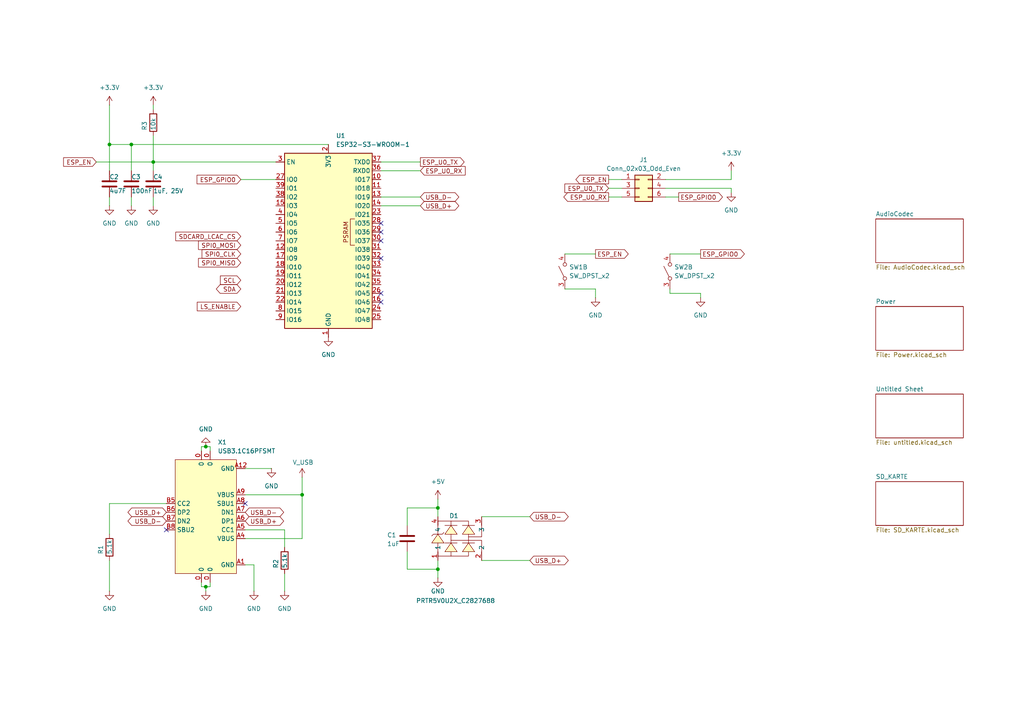
<source format=kicad_sch>
(kicad_sch (version 20231120) (generator "eeschema") (generator_version "8.0")
  (paper "A4")
  (lib_symbols
    (symbol "Connector_Generic:Conn_02x03_Odd_Even" (pin_names (offset 1.016) hide)
      (property "Reference" "J" (at 1.27 5.08 0))
      (property "Value" "Conn_02x03_Odd_Even" (at 1.27 -5.08 0))
      (symbol "Conn_02x03_Odd_Even_1_1"
        (rectangle (start -1.27 -2.413) (end 0 -2.667) (stroke (width 0.1524)))
        (rectangle (start -1.27 0.127) (end 0 -0.127) (stroke (width 0.1524)))
        (rectangle (start -1.27 2.667) (end 0 2.413) (stroke (width 0.1524)))
        (rectangle (start -1.27 3.81) (end 3.81 -3.81) (stroke (width 0.254)) (fill (type background)))
        (rectangle (start 3.81 -2.413) (end 2.54 -2.667) (stroke (width 0.1524)))
        (rectangle (start 3.81 0.127) (end 2.54 -0.127) (stroke (width 0.1524)))
        (rectangle (start 3.81 2.667) (end 2.54 2.413) (stroke (width 0.1524)))
        (pin passive line (at -5.08 2.54 0) (length 3.81) (name "Pin_1") (number "1"))
        (pin passive line (at 7.62 2.54 180) (length 3.81) (name "Pin_2") (number "2"))
        (pin passive line (at -5.08 0 0) (length 3.81) (name "Pin_3") (number "3"))
        (pin passive line (at 7.62 0 180) (length 3.81) (name "Pin_4") (number "4"))
        (pin passive line (at -5.08 -2.54 0) (length 3.81) (name "Pin_5") (number "5"))
        (pin passive line (at 7.62 -2.54 180) (length 3.81) (name "Pin_6") (number "6"))
      )
    )
    (symbol "Device:C" (pin_numbers hide) (pin_names (offset 0.254))
      (property "Reference" "C" (at 0.635 2.54 0))
      (property "Value" "C" (at 0.635 -2.54 0))
      (symbol "C_0_1"
        (polyline (pts (xy -2.032 -0.762) (xy 2.032 -0.762)) (stroke (width 0.508)))
        (polyline (pts (xy -2.032 0.762) (xy 2.032 0.762)) (stroke (width 0.508)))
      )
      (symbol "C_1_1"
        (pin passive line (at 0 3.81 270) (length 2.794) (name "~") (number "1"))
        (pin passive line (at 0 -3.81 90) (length 2.794) (name "~") (number "2"))
      )
    )
    (symbol "Device:R" (pin_numbers hide) (pin_names (offset 0))
      (property "Reference" "R" (at 2.032 0 90))
      (property "Value" "R" (at 0 0 90))
      (symbol "R_0_1"
        (rectangle (start -1.016 -2.54) (end 1.016 2.54) (stroke (width 0.254)))
      )
      (symbol "R_1_1"
        (pin passive line (at 0 3.81 270) (length 1.27) (name "~") (number "1"))
        (pin passive line (at 0 -3.81 90) (length 1.27) (name "~") (number "2"))
      )
    )
    (symbol "Matrix2_Schnuppiprojekt:PRTR5V0U2X_C2827688"
      (property "Reference" "D?" (at 0 12.7 0))
      (property "Value" "PRTR5V0U2X_C2827688" (at 0 -10.16 0))
      (symbol "PRTR5V0U2X_C2827688_0_1"
        (polyline (pts (xy -1.27 0) (xy -1.27 2.54)))
        (polyline (pts (xy 0.508 0) (xy -3.048 0)))
        (polyline (pts (xy 0.508 5.08) (xy -3.048 5.08)))
        (polyline (pts (xy 3.81 0) (xy 3.81 2.54)))
        (polyline (pts (xy 5.588 0) (xy 2.032 0)))
        (polyline (pts (xy 5.588 5.08) (xy 2.032 5.08)))
        (polyline (pts (xy -1.27 -3.81) (xy 3.81 -3.81) (xy 3.81 -2.54)))
        (polyline (pts (xy -1.27 0.762) (xy 7.62 0.762) (xy 7.62 -3.81)))
        (polyline (pts (xy -1.27 6.35) (xy -5.08 6.35) (xy -5.08 2.54)))
        (polyline (pts (xy 3.81 1.778) (xy 7.62 1.778) (xy 7.62 6.35)))
        (polyline (pts (xy -5.08 0) (xy -5.08 -3.81) (xy -1.27 -3.81) (xy -1.27 -2.54)))
        (polyline (pts (xy -3.302 0) (xy -5.08 2.54) (xy -6.858 0) (xy -3.302 0)) (fill (type background)))
        (polyline (pts (xy -3.302 3.048) (xy -3.81 2.54) (xy -6.35 2.54) (xy -6.858 2.032)))
        (polyline (pts (xy 0.508 -2.54) (xy -1.27 0) (xy -3.048 -2.54) (xy 0.508 -2.54)) (fill (type background)))
        (polyline (pts (xy 0.508 2.54) (xy -1.27 5.08) (xy -3.048 2.54) (xy 0.508 2.54)) (fill (type background)))
        (polyline (pts (xy 3.81 5.08) (xy 3.81 6.35) (xy -1.27 6.35) (xy -1.27 5.08)))
        (polyline (pts (xy 5.588 -2.54) (xy 3.81 0) (xy 2.032 -2.54) (xy 5.588 -2.54)) (fill (type background)))
        (polyline (pts (xy 5.588 2.54) (xy 3.81 5.08) (xy 2.032 2.54) (xy 5.588 2.54)) (fill (type background)))
        (pin unspecified line (at -5.08 -5.08 90) (length 2.54) (name "1") (number "1"))
        (pin unspecified line (at 7.62 -5.08 90) (length 2.54) (name "2") (number "2"))
        (pin unspecified line (at 7.62 7.62 270) (length 2.54) (name "3") (number "3"))
        (pin unspecified line (at -5.08 7.62 270) (length 2.54) (name "4") (number "4"))
      )
    )
    (symbol "Matrix2_Schnuppiprojekt:USB3.1C16PFSMT"
      (property "Reference" "X?" (at 0 24.13 0))
      (property "Value" "USB3.1C16PFSMT" (at 0 -24.13 0))
      (symbol "USB3.1C16PFSMT_0_1"
        (rectangle (start -8.89 16.51) (end 8.89 -16.51) (fill (type background)))
        (pin unspecified line (at -1.27 -19.05 90) (length 2.54) (name "0") (number "0"))
        (pin unspecified line (at -1.27 19.05 270) (length 2.54) (name "0") (number "0"))
        (pin unspecified line (at 1.27 -19.05 90) (length 2.54) (name "0") (number "0"))
        (pin unspecified line (at 1.27 19.05 270) (length 2.54) (name "0") (number "0"))
        (pin unspecified line (at 11.43 -13.97 180) (length 2.54) (name "GND") (number "A1"))
        (pin unspecified line (at 11.43 13.97 180) (length 2.54) (name "GND") (number "A12"))
        (pin unspecified line (at 11.43 -6.35 180) (length 2.54) (name "VBUS") (number "A4"))
        (pin unspecified line (at 11.43 -3.81 180) (length 2.54) (name "CC1") (number "A5"))
        (pin unspecified line (at 11.43 -1.27 180) (length 2.54) (name "DP1") (number "A6"))
        (pin unspecified line (at 11.43 1.27 180) (length 2.54) (name "DN1") (number "A7"))
        (pin unspecified line (at 11.43 3.81 180) (length 2.54) (name "SBU1") (number "A8"))
        (pin unspecified line (at 11.43 6.35 180) (length 2.54) (name "VBUS") (number "A9"))
        (pin unspecified line (at -11.43 3.81 0) (length 2.54) (name "CC2") (number "B5"))
        (pin unspecified line (at -11.43 1.27 0) (length 2.54) (name "DP2") (number "B6"))
        (pin unspecified line (at -11.43 -1.27 0) (length 2.54) (name "DN2") (number "B7"))
        (pin unspecified line (at -11.43 -3.81 0) (length 2.54) (name "SBU2") (number "B8"))
      )
    )
    (symbol "RF_Module:ESP32-S3-WROOM-1"
      (property "Reference" "U" (at -12.7 26.67 0))
      (property "Value" "ESP32-S3-WROOM-1" (at 12.7 26.67 0))
      (symbol "ESP32-S3-WROOM-1_0_0"
        (rectangle (start -12.7 25.4) (end 12.7 -25.4) (stroke (width 0.254)) (fill (type background)))
        (text "PSRAM" (at 5.08 2.54 900) (effects (font (size 1.27 1.27))))
      )
      (symbol "ESP32-S3-WROOM-1_0_1"
        (polyline (pts (xy 7.62 -1.27) (xy 6.35 -1.27) (xy 6.35 6.35) (xy 7.62 6.35)))
      )
      (symbol "ESP32-S3-WROOM-1_1_1"
        (pin power_in line (at 0 -27.94 90) (length 2.54) (name "GND") (number "1"))
        (pin bidirectional line (at 15.24 17.78 180) (length 2.54) (name "IO17") (number "10"))
        (pin bidirectional line (at 15.24 15.24 180) (length 2.54) (name "IO18") (number "11"))
        (pin bidirectional line (at -15.24 -2.54 0) (length 2.54) (name "IO8") (number "12"))
        (pin bidirectional line (at 15.24 12.7 180) (length 2.54) (name "IO19") (number "13"))
        (pin bidirectional line (at 15.24 10.16 180) (length 2.54) (name "IO20") (number "14"))
        (pin bidirectional line (at -15.24 10.16 0) (length 2.54) (name "IO3") (number "15"))
        (pin bidirectional line (at 15.24 -17.78 180) (length 2.54) (name "IO46") (number "16"))
        (pin bidirectional line (at -15.24 -5.08 0) (length 2.54) (name "IO9") (number "17"))
        (pin bidirectional line (at -15.24 -7.62 0) (length 2.54) (name "IO10") (number "18"))
        (pin bidirectional line (at -15.24 -10.16 0) (length 2.54) (name "IO11") (number "19"))
        (pin power_in line (at 0 27.94 270) (length 2.54) (name "3V3") (number "2"))
        (pin bidirectional line (at -15.24 -12.7 0) (length 2.54) (name "IO12") (number "20"))
        (pin bidirectional line (at -15.24 -15.24 0) (length 2.54) (name "IO13") (number "21"))
        (pin bidirectional line (at -15.24 -17.78 0) (length 2.54) (name "IO14") (number "22"))
        (pin bidirectional line (at 15.24 7.62 180) (length 2.54) (name "IO21") (number "23"))
        (pin bidirectional line (at 15.24 -20.32 180) (length 2.54) (name "IO47") (number "24"))
        (pin bidirectional line (at 15.24 -22.86 180) (length 2.54) (name "IO48") (number "25"))
        (pin bidirectional line (at 15.24 -15.24 180) (length 2.54) (name "IO45") (number "26"))
        (pin bidirectional line (at -15.24 17.78 0) (length 2.54) (name "IO0") (number "27"))
        (pin bidirectional line (at 15.24 5.08 180) (length 2.54) (name "IO35") (number "28"))
        (pin bidirectional line (at 15.24 2.54 180) (length 2.54) (name "IO36") (number "29"))
        (pin input line (at -15.24 22.86 0) (length 2.54) (name "EN") (number "3"))
        (pin bidirectional line (at 15.24 0 180) (length 2.54) (name "IO37") (number "30"))
        (pin bidirectional line (at 15.24 -2.54 180) (length 2.54) (name "IO38") (number "31"))
        (pin bidirectional line (at 15.24 -5.08 180) (length 2.54) (name "IO39") (number "32"))
        (pin bidirectional line (at 15.24 -7.62 180) (length 2.54) (name "IO40") (number "33"))
        (pin bidirectional line (at 15.24 -10.16 180) (length 2.54) (name "IO41") (number "34"))
        (pin bidirectional line (at 15.24 -12.7 180) (length 2.54) (name "IO42") (number "35"))
        (pin bidirectional line (at 15.24 20.32 180) (length 2.54) (name "RXD0") (number "36"))
        (pin bidirectional line (at 15.24 22.86 180) (length 2.54) (name "TXD0") (number "37"))
        (pin bidirectional line (at -15.24 12.7 0) (length 2.54) (name "IO2") (number "38"))
        (pin bidirectional line (at -15.24 15.24 0) (length 2.54) (name "IO1") (number "39"))
        (pin bidirectional line (at -15.24 7.62 0) (length 2.54) (name "IO4") (number "4"))
        (pin passive line (at 0 -27.94 90) (length 2.54) hide (name "GND") (number "40"))
        (pin passive line (at 0 -27.94 90) (length 2.54) hide (name "GND") (number "41"))
        (pin bidirectional line (at -15.24 5.08 0) (length 2.54) (name "IO5") (number "5"))
        (pin bidirectional line (at -15.24 2.54 0) (length 2.54) (name "IO6") (number "6"))
        (pin bidirectional line (at -15.24 0 0) (length 2.54) (name "IO7") (number "7"))
        (pin bidirectional line (at -15.24 -20.32 0) (length 2.54) (name "IO15") (number "8"))
        (pin bidirectional line (at -15.24 -22.86 0) (length 2.54) (name "IO16") (number "9"))
      )
    )
    (symbol "Switch:SW_DPST_x2" (pin_names (offset 0) hide)
      (property "Reference" "SW" (at 0 3.175 0))
      (property "Value" "SW_DPST_x2" (at 0 -2.54 0))
      (symbol "SW_DPST_x2_0_0"
        (circle (center -2.032 0) (radius 0.508))
        (polyline (pts (xy -1.524 0.254) (xy 1.524 1.778)))
        (circle (center 2.032 0) (radius 0.508))
      )
      (symbol "SW_DPST_x2_1_1"
        (pin passive line (at -5.08 0 0) (length 2.54) (name "A") (number "1"))
        (pin passive line (at 5.08 0 180) (length 2.54) (name "B") (number "2"))
      )
      (symbol "SW_DPST_x2_2_1"
        (pin passive line (at -5.08 0 0) (length 2.54) (name "A") (number "3"))
        (pin passive line (at 5.08 0 180) (length 2.54) (name "B") (number "4"))
      )
    )
    (symbol "power:+3.3V" (power) (pin_numbers hide) (pin_names (offset 0) hide)
      (property "Value" "+3.3V" (at 0 3.556 0))
      (symbol "+3.3V_0_1"
        (polyline (pts (xy -0.762 1.27) (xy 0 2.54)))
        (polyline (pts (xy 0 0) (xy 0 2.54)))
        (polyline (pts (xy 0 2.54) (xy 0.762 1.27)))
      )
      (symbol "+3.3V_1_1"
        (pin power_in line (at 0 0 90) (length 0) (name "~") (number "1"))
      )
    )
    (symbol "power:+5V" (power) (pin_numbers hide) (pin_names (offset 0) hide)
      (property "Value" "+5V" (at 0 3.556 0))
      (symbol "+5V_0_1"
        (polyline (pts (xy -0.762 1.27) (xy 0 2.54)))
        (polyline (pts (xy 0 0) (xy 0 2.54)))
        (polyline (pts (xy 0 2.54) (xy 0.762 1.27)))
      )
      (symbol "+5V_1_1"
        (pin power_in line (at 0 0 90) (length 0) (name "~") (number "1"))
      )
    )
    (symbol "power:GND" (power) (pin_numbers hide) (pin_names (offset 0) hide)
      (property "Value" "GND" (at 0 -3.81 0))
      (symbol "GND_0_1"
        (polyline (pts (xy 0 0) (xy 0 -1.27) (xy 1.27 -1.27) (xy 0 -2.54) (xy -1.27 -1.27) (xy 0 -1.27)))
      )
      (symbol "GND_1_1"
        (pin power_in line (at 0 0 270) (length 0) (name "~") (number "1"))
      )
    )
    (symbol "power:VAA" (power) (pin_numbers hide) (pin_names (offset 0) hide)
      (property "Value" "VAA" (at 0 3.556 0))
      (symbol "VAA_0_1"
        (polyline (pts (xy -0.762 1.27) (xy 0 2.54)))
        (polyline (pts (xy 0 0) (xy 0 2.54)))
        (polyline (pts (xy 0 2.54) (xy 0.762 1.27)))
      )
      (symbol "VAA_1_1"
        (pin power_in line (at 0 0 90) (length 0) (name "~") (number "1"))
      )
    )
  )
  (junction (at 59.69 129.54))
  (junction (at 59.69 170.18))
  (junction (at 31.75 41.91))
  (junction (at 44.45 46.99))
  (junction (at 127 165.1))
  (junction (at 87.63 143.51))
  (junction (at 38.1 41.91))
  (junction (at 127 147.32))
  (no_connect (at 110.49 69.85))
  (no_connect (at 110.49 87.63))
  (no_connect (at 71.12 146.05))
  (no_connect (at 48.26 153.67))
  (no_connect (at 110.49 67.31))
  (no_connect (at 110.49 64.77))
  (no_connect (at 110.49 74.93))
  (no_connect (at 110.49 85.09))
  (wire (pts (xy 44.45 39.37) (xy 44.45 46.99)))
  (wire (pts (xy 118.11 147.32) (xy 127 147.32)))
  (wire (pts (xy 31.75 30.48) (xy 31.75 41.91)))
  (wire (pts (xy 118.11 165.1) (xy 127 165.1)))
  (wire (pts (xy 121.92 57.15) (xy 110.49 57.15)))
  (wire (pts (xy 58.42 129.54) (xy 59.69 129.54)))
  (wire (pts (xy 73.66 163.83) (xy 73.66 171.45)))
  (wire (pts (xy 110.49 49.53) (xy 121.92 49.53)))
  (wire (pts (xy 71.12 135.89) (xy 78.74 135.89)))
  (wire (pts (xy 82.55 166.37) (xy 82.55 171.45)))
  (wire (pts (xy 118.11 152.4) (xy 118.11 147.32)))
  (wire (pts (xy 203.2 85.09) (xy 203.2 86.36)))
  (wire (pts (xy 44.45 46.99) (xy 80.01 46.99)))
  (wire (pts (xy 71.12 163.83) (xy 73.66 163.83)))
  (wire (pts (xy 139.7 149.86) (xy 153.67 149.86)))
  (wire (pts (xy 58.42 168.91) (xy 58.42 170.18)))
  (wire (pts (xy 44.45 46.99) (xy 44.45 49.53)))
  (wire (pts (xy 60.96 129.54) (xy 59.69 129.54)))
  (wire (pts (xy 38.1 41.91) (xy 31.75 41.91)))
  (wire (pts (xy 60.96 168.91) (xy 60.96 170.18)))
  (wire (pts (xy 139.7 162.56) (xy 153.67 162.56)))
  (wire (pts (xy 193.04 54.61) (xy 212.09 54.61)))
  (wire (pts (xy 38.1 57.15) (xy 38.1 59.69)))
  (wire (pts (xy 38.1 41.91) (xy 95.25 41.91)))
  (wire (pts (xy 60.96 170.18) (xy 59.69 170.18)))
  (wire (pts (xy 127 144.78) (xy 127 147.32)))
  (wire (pts (xy 127 167.64) (xy 127 165.1)))
  (wire (pts (xy 118.11 160.02) (xy 118.11 165.1)))
  (wire (pts (xy 60.96 130.81) (xy 60.96 129.54)))
  (wire (pts (xy 87.63 138.43) (xy 87.63 143.51)))
  (wire (pts (xy 44.45 57.15) (xy 44.45 59.69)))
  (wire (pts (xy 58.42 130.81) (xy 58.42 129.54)))
  (wire (pts (xy 193.04 57.15) (xy 196.85 57.15)))
  (wire (pts (xy 176.53 52.07) (xy 180.34 52.07)))
  (wire (pts (xy 127 165.1) (xy 127 162.56)))
  (wire (pts (xy 110.49 59.69) (xy 121.92 59.69)))
  (wire (pts (xy 31.75 57.15) (xy 31.75 59.69)))
  (wire (pts (xy 110.49 46.99) (xy 121.92 46.99)))
  (wire (pts (xy 212.09 54.61) (xy 212.09 55.88)))
  (wire (pts (xy 27.94 46.99) (xy 44.45 46.99)))
  (wire (pts (xy 48.26 146.05) (xy 31.75 146.05)))
  (wire (pts (xy 71.12 156.21) (xy 87.63 156.21)))
  (wire (pts (xy 71.12 143.51) (xy 87.63 143.51)))
  (wire (pts (xy 59.69 170.18) (xy 59.69 171.45)))
  (wire (pts (xy 71.12 153.67) (xy 82.55 153.67)))
  (wire (pts (xy 194.31 85.09) (xy 203.2 85.09)))
  (wire (pts (xy 163.83 83.82) (xy 172.72 83.82)))
  (wire (pts (xy 44.45 30.48) (xy 44.45 31.75)))
  (wire (pts (xy 82.55 153.67) (xy 82.55 158.75)))
  (wire (pts (xy 163.83 73.66) (xy 172.72 73.66)))
  (wire (pts (xy 172.72 83.82) (xy 172.72 86.36)))
  (wire (pts (xy 38.1 41.91) (xy 38.1 49.53)))
  (wire (pts (xy 31.75 162.56) (xy 31.75 171.45)))
  (wire (pts (xy 212.09 49.53) (xy 212.09 52.07)))
  (wire (pts (xy 194.31 83.82) (xy 194.31 85.09)))
  (wire (pts (xy 176.53 54.61) (xy 180.34 54.61)))
  (wire (pts (xy 69.85 52.07) (xy 80.01 52.07)))
  (wire (pts (xy 194.31 73.66) (xy 203.2 73.66)))
  (wire (pts (xy 87.63 143.51) (xy 87.63 156.21)))
  (wire (pts (xy 176.53 57.15) (xy 180.34 57.15)))
  (wire (pts (xy 31.75 146.05) (xy 31.75 154.94)))
  (wire (pts (xy 31.75 41.91) (xy 31.75 49.53)))
  (wire (pts (xy 193.04 52.07) (xy 212.09 52.07)))
  (wire (pts (xy 127 147.32) (xy 127 149.86)))
  (wire (pts (xy 59.69 170.18) (xy 58.42 170.18)))
  (global_label "USB_D-" (shape bidirectional) (at 153.67 149.86 0) (property "Intersheetrefs" "${INTERSHEET_REFS}" (effects (hide yes))))
  (global_label "ESP_U0_RX" (shape input) (at 121.92 49.53 0) (property "Intersheetrefs" "${INTERSHEET_REFS}" (effects (hide yes))))
  (global_label "USB_D+" (shape bidirectional) (at 121.92 59.69 0) (property "Intersheetrefs" "${INTERSHEET_REFS}" (effects (hide yes))))
  (global_label "SCL" (shape input) (at 69.85 81.28 180) (property "Intersheetrefs" "${INTERSHEET_REFS}" (effects (hide yes))))
  (global_label "ESP_GPIO0" (shape output) (at 203.2 73.66 0) (property "Intersheetrefs" "${INTERSHEET_REFS}" (effects (hide yes))))
  (global_label "USB_D+" (shape bidirectional) (at 48.26 148.59 180) (property "Intersheetrefs" "${INTERSHEET_REFS}" (effects (hide yes))))
  (global_label "SPI0_MOSI" (shape input) (at 69.85 71.12 180) (property "Intersheetrefs" "${INTERSHEET_REFS}" (effects (hide yes))))
  (global_label "ESP_U0_TX" (shape output) (at 121.92 46.99 0) (property "Intersheetrefs" "${INTERSHEET_REFS}" (effects (hide yes))))
  (global_label "SPI0_CLK" (shape input) (at 69.85 73.66 180) (property "Intersheetrefs" "${INTERSHEET_REFS}" (effects (hide yes))))
  (global_label "ESP_EN" (shape output) (at 172.72 73.66 0) (property "Intersheetrefs" "${INTERSHEET_REFS}" (effects (hide yes))))
  (global_label "USB_D+" (shape bidirectional) (at 153.67 162.56 0) (property "Intersheetrefs" "${INTERSHEET_REFS}" (effects (hide yes))))
  (global_label "USB_D-" (shape bidirectional) (at 71.12 148.59 0) (property "Intersheetrefs" "${INTERSHEET_REFS}" (effects (hide yes))))
  (global_label "SDCARD_LCAC_CS" (shape input) (at 69.85 68.58 180) (property "Intersheetrefs" "${INTERSHEET_REFS}" (effects (hide yes))))
  (global_label "SDA" (shape bidirectional) (at 69.85 83.82 180) (property "Intersheetrefs" "${INTERSHEET_REFS}" (effects (hide yes))))
  (global_label "ESP_U0_TX" (shape input) (at 176.53 54.61 180) (property "Intersheetrefs" "${INTERSHEET_REFS}" (effects (hide yes))))
  (global_label "ESP_GPIO0" (shape output) (at 196.85 57.15 0) (property "Intersheetrefs" "${INTERSHEET_REFS}" (effects (hide yes))))
  (global_label "ESP_EN" (shape output) (at 176.53 52.07 180) (property "Intersheetrefs" "${INTERSHEET_REFS}" (effects (hide yes))))
  (global_label "ESP_EN" (shape input) (at 27.94 46.99 180) (property "Intersheetrefs" "${INTERSHEET_REFS}" (effects (hide yes))))
  (global_label "ESP_U0_RX" (shape output) (at 176.53 57.15 180) (property "Intersheetrefs" "${INTERSHEET_REFS}" (effects (hide yes))))
  (global_label "SPI0_MISO" (shape input) (at 69.85 76.2 180) (property "Intersheetrefs" "${INTERSHEET_REFS}" (effects (hide yes))))
  (global_label "USB_D-" (shape bidirectional) (at 48.26 151.13 180) (property "Intersheetrefs" "${INTERSHEET_REFS}" (effects (hide yes))))
  (global_label "ESP_GPIO0" (shape input) (at 69.85 52.07 180) (property "Intersheetrefs" "${INTERSHEET_REFS}" (effects (hide yes))))
  (global_label "LS_ENABLE" (shape input) (at 69.85 88.9 180) (property "Intersheetrefs" "${INTERSHEET_REFS}" (effects (hide yes))))
  (global_label "USB_D-" (shape bidirectional) (at 121.92 57.15 0) (property "Intersheetrefs" "${INTERSHEET_REFS}" (effects (hide yes))))
  (global_label "USB_D+" (shape bidirectional) (at 71.12 151.13 0) (property "Intersheetrefs" "${INTERSHEET_REFS}" (effects (hide yes))))
  (symbol (lib_id "power:GND") (at 172.72 86.36 0) (unit 1)
    (property "Reference" "#PWR016" (effects (hide yes)))
    (property "Value" "GND" (at 172.72 91.44 0))
    (property "Description" "Power symbol creates a global label with name \"GND\" , ground" (effects (hide yes)))
  )
  (symbol (lib_id "power:GND") (at 127 167.64 0) (unit 1)
    (property "Reference" "#PWR02" (effects (hide yes)))
    (property "Value" "GND" (at 127 171.45 0))
    (property "Description" "Power symbol creates a global label with name \"GND\" , ground" (effects (hide yes)))
  )
  (symbol (lib_id "power:GND") (at 212.09 55.88 0) (unit 1)
    (property "Reference" "#PWR015" (effects (hide yes)))
    (property "Value" "GND" (at 212.09 60.96 0))
    (property "Description" "Power symbol creates a global label with name \"GND\" , ground" (effects (hide yes)))
  )
  (symbol (lib_id "power:GND") (at 95.25 97.79 0) (unit 1)
    (property "Reference" "#PWR013" (effects (hide yes)))
    (property "Value" "GND" (at 95.25 102.87 0))
    (property "Description" "Power symbol creates a global label with name \"GND\" , ground" (effects (hide yes)))
  )
  (symbol (lib_id "Device:R") (at 31.75 158.75 0) (unit 1)
    (property "Reference" "R1" (at 29.21 160.782 90) (effects (justify left)))
    (property "Value" "5.1k" (at 31.75 160.782 90) (effects (justify left)))
    (property "Footprint" "Resistor_SMD:R_0805_2012Metric_Pad1.20x1.40mm_HandSolder" (effects (hide yes)))
    (property "Description" "Resistor" (effects (hide yes)))
    (property "LCSC Part" "C26023" (effects (hide yes)))
  )
  (symbol (lib_id "power:GND") (at 38.1 59.69 0) (unit 1)
    (property "Reference" "#PWR011" (effects (hide yes)))
    (property "Value" "GND" (at 38.1 64.77 0))
    (property "Description" "Power symbol creates a global label with name \"GND\" , ground" (effects (hide yes)))
  )
  (symbol (lib_id "power:+5V") (at 127 144.78 0) (unit 1)
    (property "Reference" "#PWR01" (effects (hide yes)))
    (property "Value" "+5V" (at 127 139.7 0))
    (property "Description" "Power symbol creates a global label with name \"+5V\"" (effects (hide yes)))
  )
  (symbol (lib_id "power:+3.3V") (at 212.09 49.53 0) (unit 1)
    (property "Reference" "#PWR014" (effects (hide yes)))
    (property "Value" "+3.3V" (at 212.09 44.45 0))
    (property "Description" "Power symbol creates a global label with name \"+3.3V\"" (effects (hide yes)))
  )
  (symbol (lib_id "Matrix2_Schnuppiprojekt:PRTR5V0U2X_C2827688") (at 132.08 157.48 0) (unit 1)
    (property "Reference" "D1" (at 130.302 149.606 0) (effects (justify left)))
    (property "Value" "PRTR5V0U2X_C2827688" (at 120.65 174.244 0) (effects (justify left)))
    (property "Footprint" "Package_TO_SOT_SMD:SOT-143_Handsoldering" (effects (hide yes)))
    (property "Manufacturer" "TECH PUBLIC(台舟)" (effects (hide yes)))
    (property "LCSC Part" "C2827688" (effects (hide yes)))
    (property "JLC Part" "Extended Part" (effects (hide yes)))
  )
  (symbol (lib_id "power:GND") (at 203.2 86.36 0) (unit 1)
    (property "Reference" "#PWR017" (effects (hide yes)))
    (property "Value" "GND" (at 203.2 91.44 0))
    (property "Description" "Power symbol creates a global label with name \"GND\" , ground" (effects (hide yes)))
  )
  (symbol (lib_id "power:GND") (at 31.75 59.69 0) (unit 1)
    (property "Reference" "#PWR010" (effects (hide yes)))
    (property "Value" "GND" (at 31.75 64.77 0))
    (property "Description" "Power symbol creates a global label with name \"GND\" , ground" (effects (hide yes)))
  )
  (symbol (lib_id "power:VAA") (at 87.63 138.43 0) (unit 1)
    (property "Reference" "#PWR09" (effects (hide yes)))
    (property "Value" "V_USB" (at 87.884 134.112 0))
    (property "Description" "Power symbol creates a global label with name \"VAA\"" (effects (hide yes)))
  )
  (symbol (lib_id "Connector_Generic:Conn_02x03_Odd_Even") (at 185.42 54.61 0) (unit 1)
    (property "Reference" "J1" (at 186.69 46.355 0))
    (property "Value" "Conn_02x03_Odd_Even" (at 186.69 48.895 0))
    (property "Footprint" "Connector_PinHeader_2.54mm:PinHeader_2x03_P2.54mm_Vertical" (effects (hide yes)))
  )
  (symbol (lib_id "power:GND") (at 59.69 129.54 180) (unit 1)
    (property "Reference" "#PWR04" (effects (hide yes)))
    (property "Value" "GND" (at 59.69 124.46 0))
    (property "Description" "Power symbol creates a global label with name \"GND\" , ground" (effects (hide yes)))
  )
  (symbol (lib_id "power:GND") (at 78.74 135.89 0) (unit 1)
    (property "Reference" "#PWR07" (effects (hide yes)))
    (property "Value" "GND" (at 78.74 140.97 0))
    (property "Description" "Power symbol creates a global label with name \"GND\" , ground" (effects (hide yes)))
  )
  (symbol (lib_id "Switch:SW_DPST_x2") (at 163.83 78.74 90) (unit 2)
    (property "Reference" "SW1" (at 165.1 77.4699 90) (effects (justify right)))
    (property "Value" "SW_DPST_x2" (at 165.1 80.0099 90) (effects (justify right)))
    (property "Footprint" "Matrix2_Schnuppiprojekt:Taster" (effects (hide yes)))
    (property "Datasheet" "file:///C:/data/Projects/SchnuppiProjekt_EnterName/SchnuppiEnterName/Datenblaetter/Taster/ts04-2586192.pdf" (effects (hide yes)))
    (property "Description" "Single Pole Single Throw (SPST) switch, separate symbol" (effects (hide yes)))
    (property "LCSC Part" "C127509" (effects (hide yes)))
  )
  (symbol (lib_id "Device:R") (at 44.45 35.56 0) (unit 1)
    (property "Reference" "R3" (at 41.91 37.846 90) (effects (justify left)))
    (property "Value" "10k" (at 44.45 37.846 90) (effects (justify left)))
    (property "Footprint" "Resistor_SMD:R_0805_2012Metric_Pad1.20x1.40mm_HandSolder" (effects (hide yes)))
    (property "Description" "Resistor" (effects (hide yes)))
    (property "LCSC Part" "C5140188" (effects (hide yes)))
  )
  (symbol (lib_id "RF_Module:ESP32-S3-WROOM-1") (at 95.25 69.85 0) (unit 1)
    (property "Reference" "U1" (at 97.4441 39.37 0) (effects (justify left)))
    (property "Value" "ESP32-S3-WROOM-1" (at 97.4441 41.91 0) (effects (justify left)))
    (property "Footprint" "Matrix2_Schnuppiprojekt:ESP32-S3-WROOM-1" (effects (hide yes)))
    (property "Datasheet" "https://www.espressif.com/sites/default/files/documentation/esp32-s3-wroom-1_wroom-1u_datasheet_en.pdf" (effects (hide yes)))
    (property "Description" "RF Module, ESP32-S3 SoC, Wi-Fi 802.11b/g/n, Bluetooth, BLE, 32-bit, 3.3V, onboard antenna, SMD" (effects (hide yes)))
    (property "digikey" "ESP32-S3-WROOM-1-N4" (effects (hide yes)))
    (property "LCSC Part" "C2913204" (effects (hide yes)))
  )
  (symbol (lib_id "power:GND") (at 31.75 171.45 0) (unit 1)
    (property "Reference" "#PWR03" (effects (hide yes)))
    (property "Value" "GND" (at 31.75 176.53 0))
    (property "Description" "Power symbol creates a global label with name \"GND\" , ground" (effects (hide yes)))
  )
  (symbol (lib_id "Switch:SW_DPST_x2") (at 194.31 78.74 90) (unit 2)
    (property "Reference" "SW2" (at 195.58 77.4699 90) (effects (justify right)))
    (property "Value" "SW_DPST_x2" (at 195.58 80.0099 90) (effects (justify right)))
    (property "Footprint" "Matrix2_Schnuppiprojekt:Taster" (effects (hide yes)))
    (property "Datasheet" "file:///C:/data/Projects/SchnuppiProjekt_EnterName/SchnuppiEnterName/Datenblaetter/Taster/ts04-2586192.pdf" (effects (hide yes)))
    (property "Description" "Single Pole Single Throw (SPST) switch, separate symbol" (effects (hide yes)))
    (property "LCSC Part" "C127509" (effects (hide yes)))
  )
  (symbol (lib_id "power:+3.3V") (at 31.75 30.48 0) (unit 1)
    (property "Reference" "#PWR012" (effects (hide yes)))
    (property "Value" "+3.3V" (at 31.75 25.4 0))
    (property "Description" "Power symbol creates a global label with name \"+3.3V\"" (effects (hide yes)))
  )
  (symbol (lib_id "Matrix2_Schnuppiprojekt:USB3.1C16PFSMT") (at 59.69 149.86 0) (unit 1)
    (property "Reference" "X1" (at 63.1541 128.27 0) (effects (justify left)))
    (property "Value" "USB3.1C16PFSMT" (at 63.1541 130.81 0) (effects (justify left)))
    (property "Footprint" "Matrix2_Schnuppiprojekt:USB-C-SMD_TYPE-C-USB-17" (effects (hide yes)))
    (property "Datasheet" "https://lcsc.com/product-detail/USB-Type-C_USB-3-1-C-16PF-SMT-2-0Type_C167321.html" (effects (hide yes)))
    (property "Manufacturer" "精拓金" (effects (hide yes)))
    (property "LCSC Part" "C167321" (effects (hide yes)))
    (property "JLC Part" "Extended Part" (effects (hide yes)))
  )
  (symbol (lib_id "power:GND") (at 73.66 171.45 0) (unit 1)
    (property "Reference" "#PWR06" (effects (hide yes)))
    (property "Value" "GND" (at 73.66 176.53 0))
    (property "Description" "Power symbol creates a global label with name \"GND\" , ground" (effects (hide yes)))
  )
  (symbol (lib_id "Device:C") (at 38.1 53.34 0) (unit 1)
    (property "Reference" "C3" (at 38.1 51.308 0) (effects (justify left)))
    (property "Value" "100nF" (at 38.1 55.372 0) (effects (justify left)))
    (property "Footprint" "Capacitor_SMD:C_0805_2012Metric_Pad1.18x1.45mm_HandSolder" (effects (hide yes)))
    (property "Description" "Unpolarized capacitor" (effects (hide yes)))
    (property "LCSC Part" "C38141" (effects (hide yes)))
  )
  (symbol (lib_id "Device:C") (at 118.11 156.21 0) (unit 1)
    (property "Reference" "C1" (at 112.268 155.194 0) (effects (justify left)))
    (property "Value" "1uF" (at 112.268 157.734 0) (effects (justify left)))
    (property "Footprint" "Capacitor_SMD:C_0805_2012Metric_Pad1.18x1.45mm_HandSolder" (effects (hide yes)))
    (property "Description" "Unpolarized capacitor" (effects (hide yes)))
    (property "LCSC Part" "C6119929" (effects (hide yes)))
  )
  (symbol (lib_id "power:GND") (at 59.69 171.45 0) (unit 1)
    (property "Reference" "#PWR05" (effects (hide yes)))
    (property "Value" "GND" (at 59.69 176.53 0))
    (property "Description" "Power symbol creates a global label with name \"GND\" , ground" (effects (hide yes)))
  )
  (symbol (lib_id "Device:C") (at 44.45 53.34 0) (unit 1)
    (property "Reference" "C4" (at 44.45 51.308 0) (effects (justify left)))
    (property "Value" "1uF, 25V" (at 44.45 55.372 0) (effects (justify left)))
    (property "Footprint" "Capacitor_SMD:C_0805_2012Metric_Pad1.18x1.45mm_HandSolder" (effects (hide yes)))
    (property "Description" "Unpolarized capacitor" (effects (hide yes)))
    (property "LCSC Part" "C344171" (effects (hide yes)))
  )
  (symbol (lib_id "power:+3.3V") (at 44.45 30.48 0) (unit 1)
    (property "Reference" "#PWR018" (effects (hide yes)))
    (property "Value" "+3.3V" (at 44.45 25.4 0))
    (property "Description" "Power symbol creates a global label with name \"+3.3V\"" (effects (hide yes)))
  )
  (symbol (lib_id "power:GND") (at 82.55 171.45 0) (unit 1)
    (property "Reference" "#PWR08" (effects (hide yes)))
    (property "Value" "GND" (at 82.55 176.53 0))
    (property "Description" "Power symbol creates a global label with name \"GND\" , ground" (effects (hide yes)))
  )
  (symbol (lib_id "Device:R") (at 82.55 162.56 0) (unit 1)
    (property "Reference" "R2" (at 80.01 164.846 90) (effects (justify left)))
    (property "Value" "5.1k" (at 82.55 164.846 90) (effects (justify left)))
    (property "Footprint" "Resistor_SMD:R_0805_2012Metric_Pad1.20x1.40mm_HandSolder" (effects (hide yes)))
    (property "Description" "Resistor" (effects (hide yes)))
    (property "LCSC Part" "C26023" (effects (hide yes)))
  )
  (symbol (lib_id "power:GND") (at 44.45 59.69 0) (unit 1)
    (property "Reference" "#PWR019" (effects (hide yes)))
    (property "Value" "GND" (at 44.45 64.77 0))
    (property "Description" "Power symbol creates a global label with name \"GND\" , ground" (effects (hide yes)))
  )
  (symbol (lib_id "Device:C") (at 31.75 53.34 0) (unit 1)
    (property "Reference" "C2" (at 31.75 51.308 0) (effects (justify left)))
    (property "Value" "4u7F" (at 31.75 55.372 0) (effects (justify left)))
    (property "Footprint" "Capacitor_SMD:C_0805_2012Metric_Pad1.18x1.45mm_HandSolder" (effects (hide yes)))
    (property "Description" "Unpolarized capacitor" (effects (hide yes)))
    (property "LCSC Part" "C1779" (effects (hide yes)))
  )
  (sheet (at 254 88.9) (size 25.4 12.7) (stroke (width 0.1524))
    (property "Sheetname" "Power" (at 254 88.1884 0) (effects (justify left bottom)))
    (property "Sheetfile" "Power.kicad_sch" (at 254 102.1846 0) (effects (justify left top)))
  )
  (sheet (at 254 63.5) (size 25.4 12.7) (stroke (width 0.1524))
    (property "Sheetname" "AudioCodec" (at 254 62.7884 0) (effects (justify left bottom)))
    (property "Sheetfile" "AudioCodec.kicad_sch" (at 254 76.7846 0) (effects (justify left top)))
  )
  (sheet (at 254 114.3) (size 25.4 12.7) (stroke (width 0.1524))
    (property "Sheetname" "Untitled Sheet" (at 254 113.5884 0) (effects (justify left bottom)))
    (property "Sheetfile" "untitled.kicad_sch" (at 254 127.5846 0) (effects (justify left top)))
  )
  (sheet (at 254 139.7) (size 25.4 12.7) (stroke (width 0.1524))
    (property "Sheetname" "SD_KARTE" (at 254 138.9884 0) (effects (justify left bottom)))
    (property "Sheetfile" "SD_KARTE.kicad_sch" (at 254 152.9846 0) (effects (justify left top)))
  )
)
</source>
